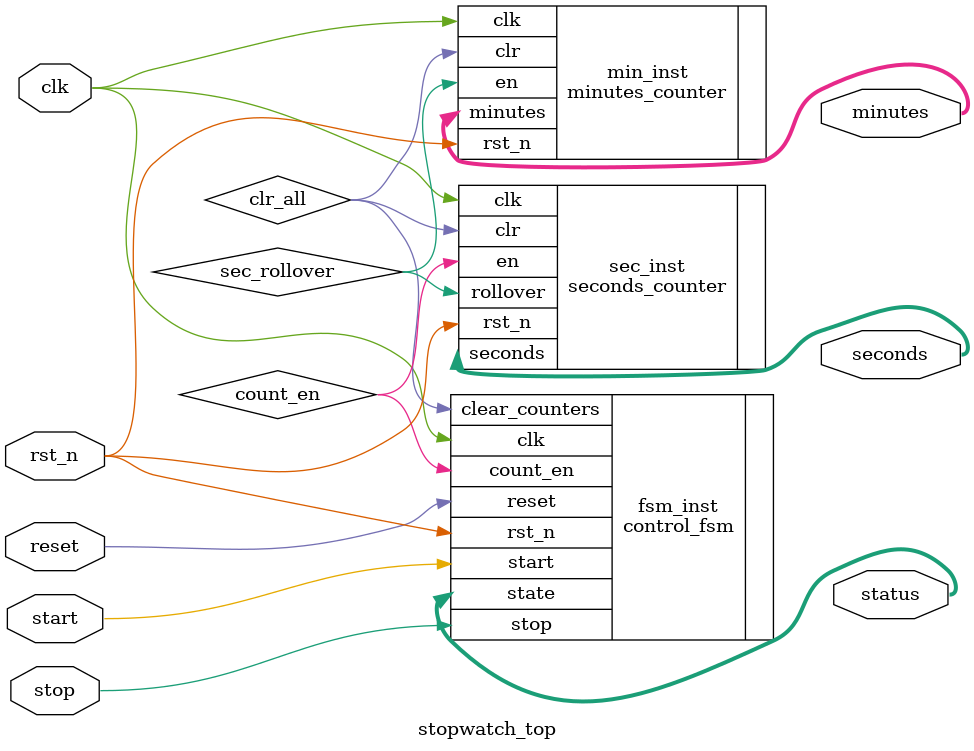
<source format=v>

module stopwatch_top (
    input  wire       clk, //input clock is taken
    input  wire       rst_n, //active low async reset
    input  wire       start, //to begin
    input  wire       stop, //to end
    input  wire       reset, //to clear time and back to idle position 
    output wire [7:0] minutes, //current minute count (0-99)
    output wire [5:0] seconds, //current second count (0-59)
    output wire [1:0] status //current FSM state
);
    wire count_en;
    wire sec_rollover; 
    wire clr_all;

    control_fsm fsm_inst (
        .clk(clk), .rst_n(rst_n), .start(start), .stop(stop), .reset(reset),
        .state(status), .count_en(count_en), .clear_counters(clr_all)
    ); // This makes an instantiation of the control_fsm module with the suitable parameters

    seconds_counter sec_inst (
        .clk(clk), .rst_n(rst_n), .en(count_en), .clr(clr_all),
        .seconds(seconds), .rollover(sec_rollover)
    ); // This makes an instantiation of the seconds_counter module with the suitable parameters

    minutes_counter min_inst (
        .clk(clk), .rst_n(rst_n), .en(sec_rollover), .clr(clr_all),
        .minutes(minutes)
    ); // This makes an instantiation of the minutes_counter module with the suitable parameters
endmodule
</source>
